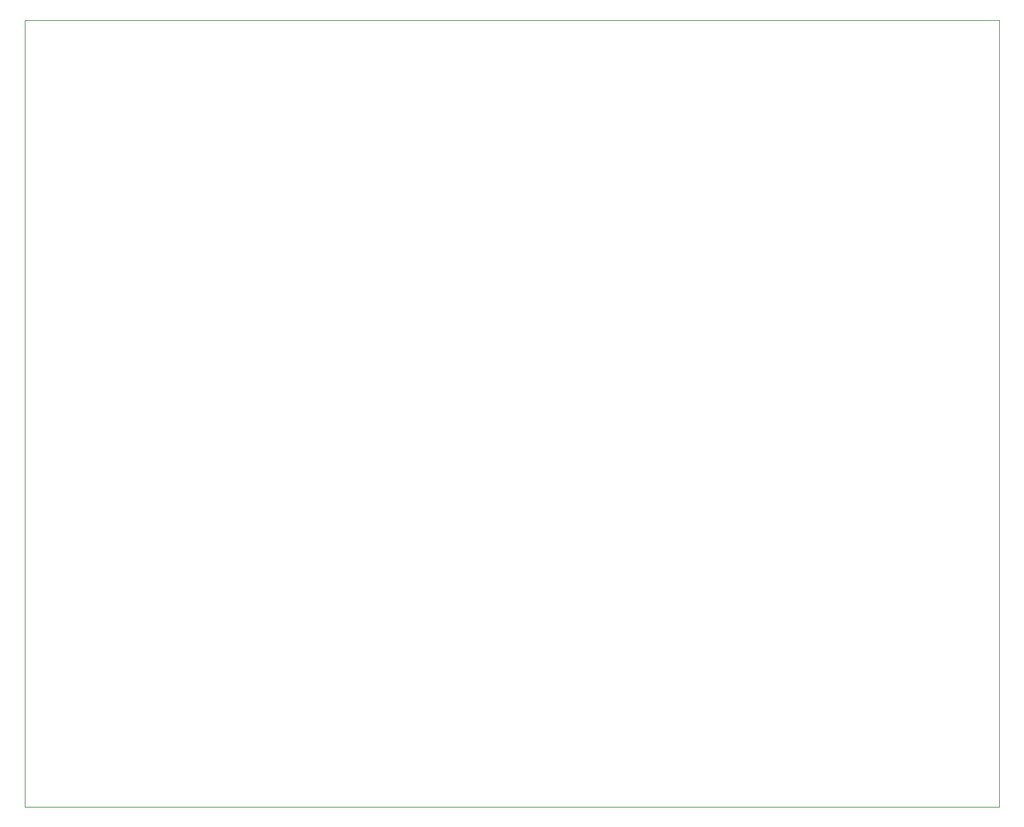
<source format=gbr>
%TF.GenerationSoftware,KiCad,Pcbnew,(6.0.4)*%
%TF.CreationDate,2022-11-01T18:45:11-05:00*%
%TF.ProjectId,RaspPi_RemoteClusterController,52617370-5069-45f5-9265-6d6f7465436c,rev?*%
%TF.SameCoordinates,Original*%
%TF.FileFunction,Profile,NP*%
%FSLAX46Y46*%
G04 Gerber Fmt 4.6, Leading zero omitted, Abs format (unit mm)*
G04 Created by KiCad (PCBNEW (6.0.4)) date 2022-11-01 18:45:11*
%MOMM*%
%LPD*%
G01*
G04 APERTURE LIST*
%TA.AperFunction,Profile*%
%ADD10C,0.100000*%
%TD*%
G04 APERTURE END LIST*
D10*
X96774000Y-41656000D02*
X219710000Y-41656000D01*
X219710000Y-41656000D02*
X219710000Y-140970000D01*
X219710000Y-140970000D02*
X96774000Y-140970000D01*
X96774000Y-140970000D02*
X96774000Y-41656000D01*
M02*

</source>
